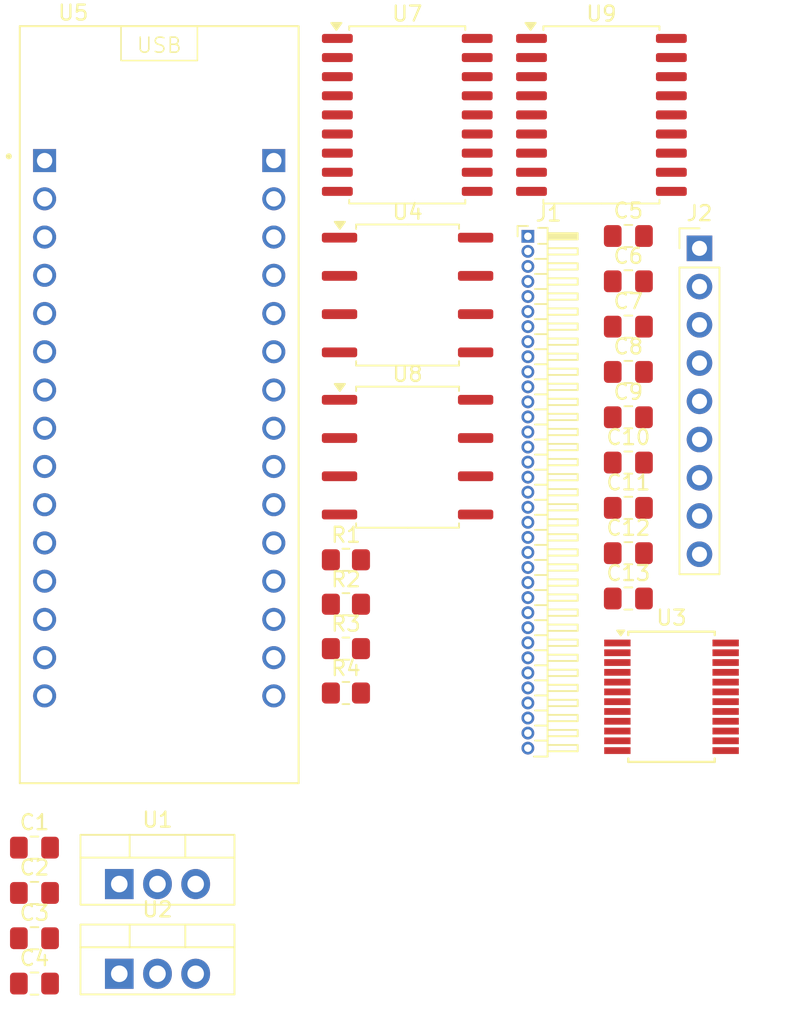
<source format=kicad_pcb>
(kicad_pcb (version 20240108) (generator "pcbnew") (generator_version "8.0")
  (title_block (title "Telemetry Board") (date "2024-08-28") (rev "1.0"))
  (layers (0 "F.Cu" signal) (31 "B.Cu" signal) (34 "B.Paste" user) (35 "F.Paste" user) (36 "B.SilkS" user "B.Silkscreen") (37 "F.SilkS" user "F.Silkscreen") (38 "B.Mask" user) (39 "F.Mask" user) (44 "Edge.Cuts" user))
  (net 0 "")
  (net 1 "GND")
  (net 2 "+12V")
  (net 3 "+5V")
  (net 4 "+9V")
  (net 5 "+3V3")
  (net 7 "CAN2_L")
  (net 8 "Acc Intake Flow Rate")
  (net 9 "Brake Sensor F")
  (net 11 "Brake Sensor B")
  (net 14 "CAN1_H")
  (net 15 "Acc Intake Temp")
  (net 16 "CAN1_L")
  (net 18 "CAN2_H")
  (net 19 "Acc Intake Pressure")
  (net 20 "Steering Sensor")
  (net 21 "Acc Exhaust Temp")
  (net 23 "Brake Sensor F 3V3")
  (net 24 "Brake Sensor R 3V3")
  (net 25 "S2")
  (net 26 "S4")
  (net 28 "S3")
  (net 29 "S1")
  (net 30 "ADC")
  (net 55 "SD Card Detect T{slash}F")
  (net 57 "SPI3_SCLK")
  (net 58 "SPI3_SSEL3")
  (net 60 "SPI3_MISO")
  (net 61 "SPI3_MOSI")
  (net 69 "CAN1_TX")
  (net 70 "CAN1_RX")
  (net 71 "SPI3_SSEL2")
  (net 72 "SPI3-MISO")
  (net 73 "SPI3-SCLK")
  (net 75 "SPI3-MOSI")
  (net 76 "SPI3_SSEL1")
  (net 79 "CAN2_TX")
  (net 83 "CAN2_RX")
  (footprint "Package_SO:SOP-8_6.62x9.15mm_P2.54mm" (layer "F.Cu") (at 66.55 50.235)
    (property "Reference" "U4" (at 0 -5.52 0) (layer "F.SilkS"))
    (property "Value" "ISO1050DUB")
    (fp_line (start -3.42 -4.685) (end -3.42 -4.395) (stroke (width 0.12)) (layer "F.SilkS"))
    (fp_line (start -3.42 4.685) (end -3.42 4.395) (stroke (width 0.12)) (layer "F.SilkS"))
    (fp_line (start 0 -4.685) (end -3.42 -4.685) (stroke (width 0.12)) (layer "F.SilkS"))
    (fp_line (start 0 -4.685) (end 3.42 -4.685) (stroke (width 0.12)) (layer "F.SilkS"))
    (fp_line (start 0 4.685) (end -3.42 4.685) (stroke (width 0.12)) (layer "F.SilkS"))
    (fp_line (start 0 4.685) (end 3.42 4.685) (stroke (width 0.12)) (layer "F.SilkS"))
    (fp_line (start 3.42 -4.685) (end 3.42 -4.395) (stroke (width 0.12)) (layer "F.SilkS"))
    (fp_line (start 3.42 4.685) (end 3.42 4.395) (stroke (width 0.12)) (layer "F.SilkS"))
    (fp_poly (pts (xy -4.505 -4.395) (xy -4.845 -4.865) (xy -4.165 -4.865) (xy -4.505 -4.395)) (stroke (width 0.12)) (fill solid) (layer "F.SilkS"))
    (pad "1" smd roundrect (at -4.525 -3.81) (size 2.35 0.65) (layers "F.Cu" "F.Paste" "F.Mask") (net 5 "+3V3"))
    (pad "2" smd roundrect (at -4.525 -1.27) (size 2.35 0.65) (layers "F.Cu" "F.Paste" "F.Mask") (net 70 "CAN1_RX"))
    (pad "3" smd roundrect (at -4.525 1.27) (size 2.35 0.65) (layers "F.Cu" "F.Paste" "F.Mask") (net 69 "CAN1_TX"))
    (pad "4" smd roundrect (at -4.525 3.81) (size 2.35 0.65) (layers "F.Cu" "F.Paste" "F.Mask") (net 1 "GND"))
    (pad "5" smd roundrect (at 4.525 3.81) (size 2.35 0.65) (layers "F.Cu" "F.Paste" "F.Mask") (net 1 "GND"))
    (pad "6" smd roundrect (at 4.525 1.27) (size 2.35 0.65) (layers "F.Cu" "F.Paste" "F.Mask") (net 16 "CAN1_L"))
    (pad "7" smd roundrect (at 4.525 -1.27) (size 2.35 0.65) (layers "F.Cu" "F.Paste" "F.Mask") (net 14 "CAN1_H"))
    (pad "8" smd roundrect (at 4.525 -3.81) (size 2.35 0.65) (layers "F.Cu" "F.Paste" "F.Mask") (net 3 "+5V"))
  )
  (footprint "Capacitor_SMD:C_0805_2012Metric_Pad1.18x1.45mm_HandSolder" (layer "F.Cu") (at 81.23 55.345)
    (property "Reference" "C8" (at 0 -1.68 0) (layer "F.SilkS"))
    (property "Value" "100nf")
    (fp_line (start -0.261252 -0.735) (end 0.261252 -0.735) (stroke (width 0.12)) (layer "F.SilkS"))
    (fp_line (start -0.261252 0.735) (end 0.261252 0.735) (stroke (width 0.12)) (layer "F.SilkS"))
    (pad "1" smd roundrect (at -1.0375 0) (size 1.175 1.45) (layers "F.Cu" "F.Paste" "F.Mask") (roundrect_rratio 0.212766) (net 1 "GND"))
    (pad "2" smd roundrect (at 1.0375 0) (size 1.175 1.45) (layers "F.Cu" "F.Paste" "F.Mask") (roundrect_rratio 0.212766) (net 5 "+3V3"))
  )
  (footprint "Package_TO_SOT_THT:TO-220-3_Vertical" (layer "F.Cu") (at 47.38 89.365)
    (property "Reference" "U1" (at 2.54 -4.27 0) (layer "F.SilkS"))
    (property "Value" "LM7805_TO220")
    (fp_line (start -2.58 -3.27) (end -2.58 1.371) (stroke (width 0.12)) (layer "F.SilkS"))
    (fp_line (start -2.58 -3.27) (end 7.66 -3.27) (stroke (width 0.12)) (layer "F.SilkS"))
    (fp_line (start -2.58 -1.76) (end 7.66 -1.76) (stroke (width 0.12)) (layer "F.SilkS"))
    (fp_line (start -2.58 1.371) (end 7.66 1.371) (stroke (width 0.12)) (layer "F.SilkS"))
    (fp_line (start 0.69 -3.27) (end 0.69 -1.76) (stroke (width 0.12)) (layer "F.SilkS"))
    (fp_line (start 4.391 -3.27) (end 4.391 -1.76) (stroke (width 0.12)) (layer "F.SilkS"))
    (fp_line (start 7.66 -3.27) (end 7.66 1.371) (stroke (width 0.12)) (layer "F.SilkS"))
    (pad "1" thru_hole rect (at 0 0) (size 1.905 2) (drill 1.1) (layers "*.Cu" "*.Mask") (net 2 "+12V"))
    (pad "2" thru_hole oval (at 2.54 0) (size 1.905 2) (drill 1.1) (layers "*.Cu" "*.Mask") (net 1 "GND"))
    (pad "3" thru_hole oval (at 5.08 0) (size 1.905 2) (drill 1.1) (layers "*.Cu" "*.Mask") (net 3 "+5V"))
  )
  (footprint "Connector_PinHeader_2.54mm:PinHeader_1x09_P2.54mm_Vertical" (layer "F.Cu") (at 85.96 47.135)
    (property "Reference" "J2" (at 0 -2.33 0) (layer "F.SilkS"))
    (property "Value" "Conn_01x09_Pin")
    (fp_line (start -1.33 -1.33) (end 0 -1.33) (stroke (width 0.12)) (layer "F.SilkS"))
    (fp_line (start -1.33 0) (end -1.33 -1.33) (stroke (width 0.12)) (layer "F.SilkS"))
    (fp_line (start -1.33 1.27) (end -1.33 21.65) (stroke (width 0.12)) (layer "F.SilkS"))
    (fp_line (start -1.33 1.27) (end 1.33 1.27) (stroke (width 0.12)) (layer "F.SilkS"))
    (fp_line (start -1.33 21.65) (end 1.33 21.65) (stroke (width 0.12)) (layer "F.SilkS"))
    (fp_line (start 1.33 1.27) (end 1.33 21.65) (stroke (width 0.12)) (layer "F.SilkS"))
    (pad "1" thru_hole rect (at 0 0) (size 1.7 1.7) (drill 1) (layers "*.Cu" "*.Mask") (net 5 "+3V3"))
    (pad "2" thru_hole oval (at 0 2.54) (size 1.7 1.7) (drill 1) (layers "*.Cu" "*.Mask") (net 1 "GND"))
    (pad "3" thru_hole oval (at 0 5.08) (size 1.7 1.7) (drill 1) (layers "*.Cu" "*.Mask") (net 57 "SPI3_SCLK"))
    (pad "4" thru_hole oval (at 0 7.62) (size 1.7 1.7) (drill 1) (layers "*.Cu" "*.Mask") (net 60 "SPI3_MISO"))
    (pad "5" thru_hole oval (at 0 10.16) (size 1.7 1.7) (drill 1) (layers "*.Cu" "*.Mask") (net 61 "SPI3_MOSI"))
    (pad "6" thru_hole oval (at 0 12.7) (size 1.7 1.7) (drill 1) (layers "*.Cu" "*.Mask") (net 58 "SPI3_SSEL3"))
    (pad "7" thru_hole oval (at 0 15.24) (size 1.7 1.7) (drill 1) (layers "*.Cu" "*.Mask"))
    (pad "8" thru_hole oval (at 0 17.78) (size 1.7 1.7) (drill 1) (layers "*.Cu" "*.Mask"))
    (pad "9" thru_hole oval (at 0 20.32) (size 1.7 1.7) (drill 1) (layers "*.Cu" "*.Mask") (net 55 "SD Card Detect T{slash}F"))
  )
  (footprint "Package_TO_SOT_THT:TO-220-3_Vertical" (layer "F.Cu") (at 47.38 95.325)
    (property "Reference" "U2" (at 2.54 -4.27 0) (layer "F.SilkS"))
    (property "Value" "LM7809_TO220")
    (fp_line (start -2.58 -3.27) (end -2.58 1.371) (stroke (width 0.12)) (layer "F.SilkS"))
    (fp_line (start -2.58 -3.27) (end 7.66 -3.27) (stroke (width 0.12)) (layer "F.SilkS"))
    (fp_line (start -2.58 -1.76) (end 7.66 -1.76) (stroke (width 0.12)) (layer "F.SilkS"))
    (fp_line (start -2.58 1.371) (end 7.66 1.371) (stroke (width 0.12)) (layer "F.SilkS"))
    (fp_line (start 0.69 -3.27) (end 0.69 -1.76) (stroke (width 0.12)) (layer "F.SilkS"))
    (fp_line (start 4.391 -3.27) (end 4.391 -1.76) (stroke (width 0.12)) (layer "F.SilkS"))
    (fp_line (start 7.66 -3.27) (end 7.66 1.371) (stroke (width 0.12)) (layer "F.SilkS"))
    (pad "1" thru_hole rect (at 0 0) (size 1.905 2) (drill 1.1) (layers "*.Cu" "*.Mask") (net 2 "+12V"))
    (pad "2" thru_hole oval (at 2.54 0) (size 1.905 2) (drill 1.1) (layers "*.Cu" "*.Mask") (net 1 "GND"))
    (pad "3" thru_hole oval (at 5.08 0) (size 1.905 2) (drill 1.1) (layers "*.Cu" "*.Mask") (net 4 "+9V"))
  )
  (footprint "Package_SO:SOP-8_6.62x9.15mm_P2.54mm" (layer "F.Cu") (at 66.55 61.005)
    (property "Reference" "U8" (at 0 -5.52 0) (layer "F.SilkS"))
    (property "Value" "ISO1050DUB")
    (fp_line (start -3.42 -4.685) (end -3.42 -4.395) (stroke (width 0.12)) (layer "F.SilkS"))
    (fp_line (start -3.42 4.685) (end -3.42 4.395) (stroke (width 0.12)) (layer "F.SilkS"))
    (fp_line (start 0 -4.685) (end -3.42 -4.685) (stroke (width 0.12)) (layer "F.SilkS"))
    (fp_line (start 0 -4.685) (end 3.42 -4.685) (stroke (width 0.12)) (layer "F.SilkS"))
    (fp_line (start 0 4.685) (end -3.42 4.685) (stroke (width 0.12)) (layer "F.SilkS"))
    (fp_line (start 0 4.685) (end 3.42 4.685) (stroke (width 0.12)) (layer "F.SilkS"))
    (fp_line (start 3.42 -4.685) (end 3.42 -4.395) (stroke (width 0.12)) (layer "F.SilkS"))
    (fp_line (start 3.42 4.685) (end 3.42 4.395) (stroke (width 0.12)) (layer "F.SilkS"))
    (fp_poly (pts (xy -4.505 -4.395) (xy -4.845 -4.865) (xy -4.165 -4.865) (xy -4.505 -4.395)) (stroke (width 0.12)) (fill solid) (layer "F.SilkS"))
    (pad "1" smd roundrect (at -4.525 -3.81) (size 2.35 0.65) (layers "F.Cu" "F.Paste" "F.Mask") (net 5 "+3V3"))
    (pad "2" smd roundrect (at -4.525 -1.27) (size 2.35 0.65) (layers "F.Cu" "F.Paste" "F.Mask") (net 83 "CAN2_RX"))
    (pad "3" smd roundrect (at -4.525 1.27) (size 2.35 0.65) (layers "F.Cu" "F.Paste" "F.Mask") (net 79 "CAN2_TX"))
    (pad "4" smd roundrect (at -4.525 3.81) (size 2.35 0.65) (layers "F.Cu" "F.Paste" "F.Mask") (net 1 "GND"))
    (pad "5" smd roundrect (at 4.525 3.81) (size 2.35 0.65) (layers "F.Cu" "F.Paste" "F.Mask") (net 1 "GND"))
    (pad "6" smd roundrect (at 4.525 1.27) (size 2.35 0.65) (layers "F.Cu" "F.Paste" "F.Mask") (net 7 "CAN2_L"))
    (pad "7" smd roundrect (at 4.525 -1.27) (size 2.35 0.65) (layers "F.Cu" "F.Paste" "F.Mask") (net 18 "CAN2_H"))
    (pad "8" smd roundrect (at 4.525 -3.81) (size 2.35 0.65) (layers "F.Cu" "F.Paste" "F.Mask") (net 3 "+5V"))
  )
  (footprint "FS_3_Global_Footprint_Library:NUCLEO-L432KC" (layer "F.Cu") (at 50.035 57.52)
    (property "Reference" "U5" (at -5.715 -26.035 0) (layer "F.SilkS"))
    (property "Value" "NUCLEO-L432KC")
    (fp_line (start -9.27 -25.145) (end 9.27 -25.145) (stroke (width 0.127)) (layer "F.SilkS"))
    (fp_line (start -9.27 25.145) (end -9.27 -25.145) (stroke (width 0.127)) (layer "F.SilkS"))
    (fp_line (start 9.27 -25.145) (end 9.27 25.145) (stroke (width 0.127)) (layer "F.SilkS"))
    (fp_line (start 9.27 25.145) (end -9.27 25.145) (stroke (width 0.127)) (layer "F.SilkS"))
    (fp_rect (start -2.54 -25.146) (end 2.54 -22.86) (stroke (width 0.1)) (fill none) (layer "F.SilkS"))
    (fp_circle (center -10 -16.5) (end -9.9 -16.5) (stroke (width 0.2)) (fill none) (layer "F.SilkS"))
    (fp_text user "USB" (at 0 -23.876 0) (layer "F.SilkS") (effects (font (thickness 0.1))))
    (pad "CN3_1" thru_hole rect (at -7.62 -16.215) (size 1.53 1.53) (drill 1.02) (layers "*.Cu" "*.Mask"))
    (pad "CN3_2" thru_hole circle (at -7.62 -13.675) (size 1.53 1.53) (drill 1.02) (layers "*.Cu" "*.Mask"))
    (pad "CN3_3" thru_hole circle (at -7.62 -11.135) (size 1.53 1.53) (drill 1.02) (layers "*.Cu" "*.Mask"))
    (pad "CN3_4" thru_hole circle (at -7.62 -8.595) (size 1.53 1.53) (drill 1.02) (layers "*.Cu" "*.Mask"))
    (pad "CN3_5" thru_hole circle (at -7.62 -6.055) (size 1.53 1.53) (drill 1.02) (layers "*.Cu" "*.Mask"))
    (pad "CN3_6" thru_hole circle (at -7.62 -3.515) (size 1.53 1.53) (drill 1.02) (layers "*.Cu" "*.Mask") (net 29 "S1"))
    (pad "CN3_7" thru_hole circle (at -7.62 -0.975) (size 1.53 1.53) (drill 1.02) (layers "*.Cu" "*.Mask") (net 25 "S2"))
    (pad "CN3_8" thru_hole circle (at -7.62 1.565) (size 1.53 1.53) (drill 1.02) (layers "*.Cu" "*.Mask") (net 28 "S3"))
    (pad "CN3_9" thru_hole circle (at -7.62 4.105) (size 1.53 1.53) (drill 1.02) (layers "*.Cu" "*.Mask") (net 26 "S4"))
    (pad "CN3_10" thru_hole circle (at -7.62 6.645) (size 1.53 1.53) (drill 1.02) (layers "*.Cu" "*.Mask"))
    (pad "CN3_11" thru_hole circle (at -7.62 9.185) (size 1.53 1.53) (drill 1.02) (layers "*.Cu" "*.Mask"))
    (pad "CN3_12" thru_hole circle (at -7.62 11.725) (size 1.53 1.53) (drill 1.02) (layers "*.Cu" "*.Mask"))
    (pad "CN3_13" thru_hole circle (at -7.62 14.265) (size 1.53 1.53) (drill 1.02) (layers "*.Cu" "*.Mask"))
    (pad "CN3_14" thru_hole circle (at -7.62 16.805) (size 1.53 1.53) (drill 1.02) (layers "*.Cu" "*.Mask") (net 75 "SPI3-MOSI"))
    (pad "CN3_15" thru_hole circle (at -7.62 19.345) (size 1.53 1.53) (drill 1.02) (layers "*.Cu" "*.Mask") (net 72 "SPI3-MISO"))
    (pad "CN4_1" thru_hole rect (at 7.62 -16.215) (size 1.53 1.53) (drill 1.02) (layers "*.Cu" "*.Mask") (net 4 "+9V"))
    (pad "CN4_2" thru_hole circle (at 7.62 -13.675) (size 1.53 1.53) (drill 1.02) (layers "*.Cu" "*.Mask") (net 1 "GND"))
    (pad "CN4_3" thru_hole circle (at 7.62 -11.135) (size 1.53 1.53) (drill 1.02) (layers "*.Cu" "*.Mask"))
    (pad "CN4_4" thru_hole circle (at 7.62 -8.595) (size 1.53 1.53) (drill 1.02) (layers "*.Cu" "*.Mask"))
    (pad "CN4_5" thru_hole circle (at 7.62 -6.055) (size 1.53 1.53) (drill 1.02) (layers "*.Cu" "*.Mask"))
    (pad "CN4_6" thru_hole circle (at 7.62 -3.515) (size 1.53 1.53) (drill 1.02) (layers "*.Cu" "*.Mask") (net 76 "SPI3_SSEL1"))
    (pad "CN4_7" thru_hole circle (at 7.62 -0.975) (size 1.53 1.53) (drill 1.02) (layers "*.Cu" "*.Mask") (net 71 "SPI3_SSEL2"))
    (pad "CN4_8" thru_hole circle (at 7.62 1.565) (size 1.53 1.53) (drill 1.02) (layers "*.Cu" "*.Mask") (net 58 "SPI3_SSEL3"))
    (pad "CN4_9" thru_hole circle (at 7.62 4.105) (size 1.53 1.53) (drill 1.02) (layers "*.Cu" "*.Mask"))
    (pad "CN4_10" thru_hole circle (at 7.62 6.645) (size 1.53 1.53) (drill 1.02) (layers "*.Cu" "*.Mask") (net 30 "ADC"))
    (pad "CN4_11" thru_hole circle (at 7.62 9.185) (size 1.53 1.53) (drill 1.02) (layers "*.Cu" "*.Mask"))
    (pad "CN4_12" thru_hole circle (at 7.62 11.725) (size 1.53 1.53) (drill 1.02) (layers "*.Cu" "*.Mask"))
    (pad "CN4_13" thru_hole circle (at 7.62 14.265) (size 1.53 1.53) (drill 1.02) (layers "*.Cu" "*.Mask"))
    (pad "CN4_14" thru_hole circle (at 7.62 16.805) (size 1.53 1.53) (drill 1.02) (layers "*.Cu" "*.Mask") (net 5 "+3V3"))
    (pad "CN4_15" thru_hole circle (at 7.62 19.345) (size 1.53 1.53) (drill 1.02) (layers "*.Cu" "*.Mask") (net 73 "SPI3-SCLK"))
  )
  (footprint "Capacitor_SMD:C_0805_2012Metric_Pad1.18x1.45mm_HandSolder" (layer "F.Cu") (at 41.74 95.975)
    (property "Reference" "C4" (at 0 -1.68 0) (layer "F.SilkS"))
    (property "Value" "100nf")
    (fp_line (start -0.261252 -0.735) (end 0.261252 -0.735) (stroke (width 0.12)) (layer "F.SilkS"))
    (fp_line (start -0.261252 0.735) (end 0.261252 0.735) (stroke (width 0.12)) (layer "F.SilkS"))
    (pad "1" smd roundrect (at -1.0375 0) (size 1.175 1.45) (layers "F.Cu" "F.Paste" "F.Mask") (roundrect_rratio 0.212766) (net 4 "+9V"))
    (pad "2" smd roundrect (at 1.0375 0) (size 1.175 1.45) (layers "F.Cu" "F.Paste" "F.Mask") (roundrect_rratio 0.212766) (net 1 "GND"))
  )
  (footprint "Capacitor_SMD:C_0805_2012Metric_Pad1.18x1.45mm_HandSolder" (layer "F.Cu") (at 41.74 86.945)
    (property "Reference" "C1" (at 0 -1.68 0) (layer "F.SilkS"))
    (property "Value" "330nf")
    (fp_line (start -0.261252 -0.735) (end 0.261252 -0.735) (stroke (width 0.12)) (layer "F.SilkS"))
    (fp_line (start -0.261252 0.735) (end 0.261252 0.735) (stroke (width 0.12)) (layer "F.SilkS"))
    (pad "1" smd roundrect (at -1.0375 0) (size 1.175 1.45) (layers "F.Cu" "F.Paste" "F.Mask") (roundrect_rratio 0.212766) (net 2 "+12V"))
    (pad "2" smd roundrect (at 1.0375 0) (size 1.175 1.45) (layers "F.Cu" "F.Paste" "F.Mask") (roundrect_rratio 0.212766) (net 1 "GND"))
  )
  (footprint "Capacitor_SMD:C_0805_2012Metric_Pad1.18x1.45mm_HandSolder" (layer "F.Cu") (at 81.23 70.395)
    (property "Reference" "C13" (at 0 -1.68 0) (layer "F.SilkS"))
    (property "Value" "100nf")
    (fp_line (start -0.261252 -0.735) (end 0.261252 -0.735) (stroke (width 0.12)) (layer "F.SilkS"))
    (fp_line (start -0.261252 0.735) (end 0.261252 0.735) (stroke (width 0.12)) (layer "F.SilkS"))
    (pad "1" smd roundrect (at -1.0375 0) (size 1.175 1.45) (layers "F.Cu" "F.Paste" "F.Mask") (roundrect_rratio 0.212766) (net 5 "+3V3"))
    (pad "2" smd roundrect (at 1.0375 0) (size 1.175 1.45) (layers "F.Cu" "F.Paste" "F.Mask") (roundrect_rratio 0.212766) (net 1 "GND"))
  )
  (footprint "Resistor_SMD:R_0805_2012Metric_Pad1.20x1.40mm_HandSolder" (layer "F.Cu") (at 62.45 76.675)
    (property "Reference" "R4" (at 0 -1.65 0) (layer "F.SilkS"))
    (property "Value" "20k")
    (fp_line (start -0.227064 -0.735) (end 0.227064 -0.735) (stroke (width 0.12)) (layer "F.SilkS"))
    (fp_line (start -0.227064 0.735) (end 0.227064 0.735) (stroke (width 0.12)) (layer "F.SilkS"))
    (pad "1" smd roundrect (at -1 0) (size 1.2 1.4) (layers "F.Cu" "F.Paste" "F.Mask") (roundrect_rratio 0.208333) (net 1 "GND"))
    (pad "2" smd roundrect (at 1 0) (size 1.2 1.4) (layers "F.Cu" "F.Paste" "F.Mask") (roundrect_rratio 0.208333) (net 24 "Brake Sensor R 3V3"))
  )
  (footprint "Capacitor_SMD:C_0805_2012Metric_Pad1.18x1.45mm_HandSolder" (layer "F.Cu") (at 81.23 64.375)
    (property "Reference" "C11" (at 0 -1.68 0) (layer "F.SilkS"))
    (property "Value" "100nf")
    (fp_line (start -0.261252 -0.735) (end 0.261252 -0.735) (stroke (width 0.12)) (layer "F.SilkS"))
    (fp_line (start -0.261252 0.735) (end 0.261252 0.735) (stroke (width 0.12)) (layer "F.SilkS"))
    (pad "1" smd roundrect (at -1.0375 0) (size 1.175 1.45) (layers "F.Cu" "F.Paste" "F.Mask") (roundrect_rratio 0.212766) (net 5 "+3V3"))
    (pad "2" smd roundrect (at 1.0375 0) (size 1.175 1.45) (layers "F.Cu" "F.Paste" "F.Mask") (roundrect_rratio 0.212766) (net 1 "GND"))
  )
  (footprint "Capacitor_SMD:C_0805_2012Metric_Pad1.18x1.45mm_HandSolder" (layer "F.Cu") (at 81.23 61.365)
    (property "Reference" "C10" (at 0 -1.68 0) (layer "F.SilkS"))
    (property "Value" "100nf")
    (fp_line (start -0.261252 -0.735) (end 0.261252 -0.735) (stroke (width 0.12)) (layer "F.SilkS"))
    (fp_line (start -0.261252 0.735) (end 0.261252 0.735) (stroke (width 0.12)) (layer "F.SilkS"))
    (pad "1" smd roundrect (at -1.0375 0) (size 1.175 1.45) (layers "F.Cu" "F.Paste" "F.Mask") (roundrect_rratio 0.212766) (net 1 "GND"))
    (pad "2" smd roundrect (at 1.0375 0) (size 1.175 1.45) (layers "F.Cu" "F.Paste" "F.Mask") (roundrect_rratio 0.212766) (net 5 "+3V3"))
  )
  (footprint "Capacitor_SMD:C_0805_2012Metric_Pad1.18x1.45mm_HandSolder" (layer "F.Cu") (at 41.74 89.955)
    (property "Reference" "C2" (at 0 -1.68 0) (layer "F.SilkS"))
    (property "Value" "330nf")
    (fp_line (start -0.261252 -0.735) (end 0.261252 -0.735) (stroke (width 0.12)) (layer "F.SilkS"))
    (fp_line (start -0.261252 0.735) (end 0.261252 0.735) (stroke (width 0.12)) (layer "F.SilkS"))
    (pad "1" smd roundrect (at -1.0375 0) (size 1.175 1.45) (layers "F.Cu" "F.Paste" "F.Mask") (roundrect_rratio 0.212766) (net 2 "+12V"))
    (pad "2" smd roundrect (at 1.0375 0) (size 1.175 1.45) (layers "F.Cu" "F.Paste" "F.Mask") (roundrect_rratio 0.212766) (net 1 "GND"))
  )
  (footprint "Capacitor_SMD:C_0805_2012Metric_Pad1.18x1.45mm_HandSolder" (layer "F.Cu") (at 81.23 49.325)
    (property "Reference" "C6" (at 0 -1.68 0) (layer "F.SilkS"))
    (property "Value" "100nf")
    (fp_line (start -0.261252 -0.735) (end 0.261252 -0.735) (stroke (width 0.12)) (layer "F.SilkS"))
    (fp_line (start -0.261252 0.735) (end 0.261252 0.735) (stroke (width 0.12)) (layer "F.SilkS"))
    (pad "1" smd roundrect (at -1.0375 0) (size 1.175 1.45) (layers "F.Cu" "F.Paste" "F.Mask") (roundrect_rratio 0.212766) (net 1 "GND"))
    (pad "2" smd roundrect (at 1.0375 0) (size 1.175 1.45) (layers "F.Cu" "F.Paste" "F.Mask") (roundrect_rratio 0.212766) (net 3 "+5V"))
  )
  (footprint "Capacitor_SMD:C_0805_2012Metric_Pad1.18x1.45mm_HandSolder" (layer "F.Cu") (at 81.23 67.385)
    (property "Reference" "C12" (at 0 -1.68 0) (layer "F.SilkS"))
    (property "Value" "100nf")
    (fp_line (start -0.261252 -0.735) (end 0.261252 -0.735) (stroke (width 0.12)) (layer "F.SilkS"))
    (fp_line (start -0.261252 0.735) (end 0.261252 0.735) (stroke (width 0.12)) (layer "F.SilkS"))
    (pad "1" smd roundrect (at -1.0375 0) (size 1.175 1.45) (layers "F.Cu" "F.Paste" "F.Mask") (roundrect_rratio 0.212766) (net 5 "+3V3"))
    (pad "2" smd roundrect (at 1.0375 0) (size 1.175 1.45) (layers "F.Cu" "F.Paste" "F.Mask") (roundrect_rratio 0.212766) (net 1 "GND"))
  )
  (footprint "Package_SO:SOIC-18W_7.5x11.6mm_P1.27mm" (layer "F.Cu") (at 66.53 38.27)
    (property "Reference" "U7" (at 0 -6.72 0) (layer "F.SilkS"))
    (property "Value" "MCP2515-I/SO")
    (fp_line (start -3.86 -5.885) (end -3.86 -5.64) (stroke (width 0.12)) (layer "F.SilkS"))
    (fp_line (start -3.86 5.885) (end -3.86 5.64) (stroke (width 0.12)) (layer "F.SilkS"))
    (fp_line (start 0 -5.885) (end -3.86 -5.885) (stroke (width 0.12)) (layer "F.SilkS"))
    (fp_line (start 0 -5.885) (end 3.86 -5.885) (stroke (width 0.12)) (layer "F.SilkS"))
    (fp_line (start 0 5.885) (end -3.86 5.885) (stroke (width 0.12)) (layer "F.SilkS"))
    (fp_line (start 0 5.885) (end 3.86 5.885) (stroke (width 0.12)) (layer "F.SilkS"))
    (fp_line (start 3.86 -5.885) (end 3.86 -5.64) (stroke (width 0.12)) (layer "F.SilkS"))
    (fp_line (start 3.86 5.885) (end 3.86 5.64) (stroke (width 0.12)) (layer "F.SilkS"))
    (fp_poly (pts (xy -4.7125 -5.64) (xy -5.0525 -6.11) (xy -4.3725 -6.11) (xy -4.7125 -5.64)) (stroke (width 0.12)) (fill solid) (layer "F.SilkS"))
    (pad "1" smd roundrect (at -4.65 -5.08) (size 2.05 0.6) (layers "F.Cu" "F.Paste" "F.Mask") (net 79 "CAN2_TX"))
    (pad "2" smd roundrect (at -4.65 -3.81) (size 2.05 0.6) (layers "F.Cu" "F.Paste" "F.Mask") (net 83 "CAN2_RX"))
    (pad "3" smd roundrect (at -4.65 -2.54) (size 2.05 0.6) (layers "F.Cu" "F.Paste" "F.Mask"))
    (pad "4" smd roundrect (at -4.65 -1.27) (size 2.05 0.6) (layers "F.Cu" "F.Paste" "F.Mask"))
    (pad "5" smd roundrect (at -4.65 0) (size 2.05 0.6) (layers "F.Cu" "F.Paste" "F.Mask"))
    (pad "6" smd roundrect (at -4.65 1.27) (size 2.05 0.6) (layers "F.Cu" "F.Paste" "F.Mask"))
    (pad "7" smd roundrect (at -4.65 2.54) (size 2.05 0.6) (layers "F.Cu" "F.Paste" "F.Mask"))
    (pad "8" smd roundrect (at -4.65 3.81) (size 2.05 0.6) (layers "F.Cu" "F.Paste" "F.Mask"))
    (pad "9" smd roundrect (at -4.65 5.08) (size 2.05 0.6) (layers "F.Cu" "F.Paste" "F.Mask") (net 1 "GND"))
    (pad "10" smd roundrect (at 4.65 5.08) (size 2.05 0.6) (layers "F.Cu" "F.Paste" "F.Mask"))
    (pad "11" smd roundrect (at 4.65 3.81) (size 2.05 0.6) (layers "F.Cu" "F.Paste" "F.Mask"))
    (pad "12" smd roundrect (at 4.65 2.54) (size 2.05 0.6) (layers "F.Cu" "F.Paste" "F.Mask"))
    (pad "13" smd roundrect (at 4.65 1.27) (size 2.05 0.6) (layers "F.Cu" "F.Paste" "F.Mask") (net 57 "SPI3_SCLK"))
    (pad "14" smd roundrect (at 4.65 0) (size 2.05 0.6) (layers "F.Cu" "F.Paste" "F.Mask") (net 61 "SPI3_MOSI"))
    (pad "15" smd roundrect (at 4.65 -1.27) (size 2.05 0.6) (layers "F.Cu" "F.Paste" "F.Mask") (net 60 "SPI3_MISO"))
    (pad "16" smd roundrect (at 4.65 -2.54) (size 2.05 0.6) (layers "F.Cu" "F.Paste" "F.Mask") (net 71 "SPI3_SSEL2"))
    (pad "17" smd roundrect (at 4.65 -3.81) (size 2.05 0.6) (layers "F.Cu" "F.Paste" "F.Mask"))
    (pad "18" smd roundrect (at 4.65 -5.08) (size 2.05 0.6) (layers "F.Cu" "F.Paste" "F.Mask") (net 5 "+3V3"))
  )
  (footprint "Resistor_SMD:R_0805_2012Metric_Pad1.20x1.40mm_HandSolder" (layer "F.Cu") (at 62.45 70.775)
    (property "Reference" "R2" (at 0 -1.65 0) (layer "F.SilkS"))
    (property "Value" "20k")
    (fp_line (start -0.227064 -0.735) (end 0.227064 -0.735) (stroke (width 0.12)) (layer "F.SilkS"))
    (fp_line (start -0.227064 0.735) (end 0.227064 0.735) (stroke (width 0.12)) (layer "F.SilkS"))
    (pad "1" smd roundrect (at -1 0) (size 1.2 1.4) (layers "F.Cu" "F.Paste" "F.Mask") (roundrect_rratio 0.208333) (net 1 "GND"))
    (pad "2" smd roundrect (at 1 0) (size 1.2 1.4) (layers "F.Cu" "F.Paste" "F.Mask") (roundrect_rratio 0.208333) (net 23 "Brake Sensor F 3V3"))
  )
  (footprint "Capacitor_SMD:C_0805_2012Metric_Pad1.18x1.45mm_HandSolder" (layer "F.Cu") (at 81.23 52.335)
    (property "Reference" "C7" (at 0 -1.68 0) (layer "F.SilkS"))
    (property "Value" "100nf")
    (fp_line (start -0.261252 -0.735) (end 0.261252 -0.735) (stroke (width 0.12)) (layer "F.SilkS"))
    (fp_line (start -0.261252 0.735) (end 0.261252 0.735) (stroke (width 0.12)) (layer "F.SilkS"))
    (pad "1" smd roundrect (at -1.0375 0) (size 1.175 1.45) (layers "F.Cu" "F.Paste" "F.Mask") (roundrect_rratio 0.212766) (net 1 "GND"))
    (pad "2" smd roundrect (at 1.0375 0) (size 1.175 1.45) (layers "F.Cu" "F.Paste" "F.Mask") (roundrect_rratio 0.212766) (net 3 "+5V"))
  )
  (footprint "Connector_PinHeader_1.00mm:PinHeader_1x35_P1.00mm_Horizontal" (layer "F.Cu") (at 74.55 46.335)
    (property "Reference" "J1" (at 1.375 -1.5 0) (layer "F.SilkS"))
    (property "Value" "776180-1")
    (fp_line (start -0.685 -0.685) (end 0 -0.685) (stroke (width 0.12)) (layer "F.SilkS"))
    (fp_line (start -0.685 0) (end -0.685 -0.685) (stroke (width 0.12)) (layer "F.SilkS"))
    (fp_line (start 0.468215 1.5) (end 1.31 1.5) (stroke (width 0.12)) (layer "F.SilkS"))
    (fp_line (start 0.468215 2.5) (end 1.31 2.5) (stroke (width 0.12)) (layer "F.SilkS"))
    (fp_line (start 0.468215 3.5) (end 1.31 3.5) (stroke (width 0.12)) (layer "F.SilkS"))
    (fp_line (start 0.468215 4.5) (end 1.31 4.5) (stroke (width 0.12)) (layer "F.SilkS"))
    (fp_line (start 0.468215 5.5) (end 1.31 5.5) (stroke (width 0.12)) (layer "F.SilkS"))
    (fp_line (start 0.468215 6.5) (end 1.31 6.5) (stroke (width 0.12)) (layer "F.SilkS"))
    (fp_line (start 0.468215 7.5) (end 1.31 7.5) (stroke (width 0.12)) (layer "F.SilkS"))
    (fp_line (start 0.468215 8.5) (end 1.31 8.5) (stroke (width 0.12)) (layer "F.SilkS"))
    (fp_line (start 0.468215 9.5) (end 1.31 9.5) (stroke (width 0.12)) (layer "F.SilkS"))
    (fp_line (start 0.468215 10.5) (end 1.31 10.5) (stroke (width 0.12)) (layer "F.SilkS"))
    (fp_line (start 0.468215 11.5) (end 1.31 11.5) (stroke (width 0.12)) (layer "F.SilkS"))
    (fp_line (start 0.468215 12.5) (end 1.31 12.5) (stroke (width 0.12)) (layer "F.SilkS"))
    (fp_line (start 0.468215 13.5) (end 1.31 13.5) (stroke (width 0.12)) (layer "F.SilkS"))
    (fp_line (start 0.468215 14.5) (end 1.31 14.5) (stroke (width 0.12)) (layer "F.SilkS"))
    (fp_line (start 0.468215 15.5) (end 1.31 15.5) (stroke (width 0.12)) (layer "F.SilkS"))
    (fp_line (start 0.468215 16.5) (end 1.31 16.5) (stroke (width 0.12)) (layer "F.SilkS"))
    (fp_line (start 0.468215 17.5) (end 1.31 17.5) (stroke (width 0.12)) (layer "F.SilkS"))
    (fp_line (start 0.468215 18.5) (end 1.31 18.5) (stroke (width 0.12)) (layer "F.SilkS"))
    (fp_line (start 0.468215 19.5) (end 1.31 19.5) (stroke (width 0.12)) (layer "F.SilkS"))
    (fp_line (start 0.468215 20.5) (end 1.31 20.5) (stroke (width 0.12)) (layer "F.SilkS"))
    (fp_line (start 0.468215 21.5) (end 1.31 21.5) (stroke (width 0.12)) (layer "F.SilkS"))
    (fp_line (start 0.468215 22.5) (end 1.31 22.5) (stroke (width 0.12)) (layer "F.SilkS"))
    (fp_line (start 0.468215 23.5) (end 1.31 23.5) (stroke (width 0.12)) (layer "F.SilkS"))
    (fp_line (start 0.468215 24.5) (end 1.31 24.5) (stroke (width 0.12)) (layer "F.SilkS"))
    (fp_line (start 0.468215 25.5) (end 1.31 25.5) (stroke (width 0.12)) (layer "F.SilkS"))
    (fp_line (start 0.468215 26.5) (end 1.31 26.5) (stroke (width 0.12)) (layer "F.SilkS"))
    (fp_line (start 0.468215 27.5) (end 1.31 27.5) (stroke (width 0.12)) (layer "F.SilkS"))
    (fp_line (start 0.468215 28.5) (end 1.31 28.5) (stroke (width 0.12)) (layer "F.SilkS"))
    (fp_line (start 0.468215 29.5) (end 1.31 29.5) (stroke (width 0.12)) (layer "F.SilkS"))
    (fp_line (start 0.468215 30.5) (end 1.31 30.5) (stroke (width 0.12)) (layer "F.SilkS"))
    (fp_line (start 0.468215 31.5) (end 1.31 31.5) (stroke (width 0.12)) (layer "F.SilkS"))
    (fp_line (start 0.468215 32.5) (end 1.31 32.5) (stroke (width 0.12)) (layer "F.SilkS"))
    (fp_line (start 0.468215 33.5) (end 1.31 33.5) (stroke (width 0.12)) (layer "F.SilkS"))
    (fp_line (start 0.685 -0.56) (end 1.31 -0.56) (stroke (width 0.12)) (layer "F.SilkS"))
    (fp_line (start 0.685 0.5) (end 1.31 0.5) (stroke (width 0.12)) (layer "F.SilkS"))
    (fp_line (start 1.31 -0.56) (end 1.31 34.56) (stroke (width 0.12)) (layer "F.SilkS"))
    (fp_line (start 1.31 -0.21) (end 3.31 -0.21) (stroke (width 0.12)) (layer "F.SilkS"))
    (fp_line (start 1.31 -0.15) (end 3.31 -0.15) (stroke (width 0.12)) (layer "F.SilkS"))
    (fp_line (start 1.31 -0.03) (end 3.31 -0.03) (stroke (width 0.12)) (layer "F.SilkS"))
    (fp_line (start 1.31 0.09) (end 3.31 0.09) (stroke (width 0.12)) (layer "F.SilkS"))
    (fp_line (start 1.31 0.79) (end 3.31 0.79) (stroke (width 0.12)) (layer "F.SilkS"))
    (fp_line (start 1.31 1.79) (end 3.31 1.79) (stroke (width 0.12)) (layer "F.SilkS"))
    (fp_line (start 1.31 2.79) (end 3.31 2.79) (stroke (width 0.12)) (layer "F.SilkS"))
    (fp_line (start 1.31 3.79) (end 3.31 3.79) (stroke (width 0.12)) (layer "F.SilkS"))
    (fp_line (start 1.31 4.79) (end 3.31 4.79) (stroke (width 0.12)) (layer "F.SilkS"))
    (fp_line (start 1.31 5.79) (end 3.31 5.79) (stroke (width 0.12)) (layer "F.SilkS"))
    (fp_line (start 1.31 6.79) (end 3.31 6.79) (stroke (width 0.12)) (layer "F.SilkS"))
    (fp_line (start 1.31 7.79) (end 3.31 7.79) (stroke (width 0.12)) (layer "F.SilkS"))
    (fp_line (start 1.31 8.79) (end 3.31 8.79) (stroke (width 0.12)) (layer "F.SilkS"))
    (fp_line (start 1.31 9.79) (end 3.31 9.79) (stroke (width 0.12)) (layer "F.SilkS"))
    (fp_line (start 1.31 10.79) (end 3.31 10.79) (stroke (width 0.12)) (layer "F.SilkS"))
    (fp_line (start 1.31 11.79) (end 3.31 11.79) (stroke (width 0.12)) (layer "F.SilkS"))
    (fp_line (start 1.31 12.79) (end 3.31 12.79) (stroke (width 0.12)) (layer "F.SilkS"))
    (fp_line (start 1.31 13.79) (end 3.31 13.79) (stroke (width 0.12)) (layer "F.SilkS"))
    (fp_line (start 1.31 14.79) (end 3.31 14.79) (stroke (width 0.12)) (layer "F.SilkS"))
    (fp_line (start 1.31 15.79) (end 3.31 15.79) (stroke (width 0.12)) (layer "F.SilkS"))
    (fp_line (start 1.31 16.79) (end 3.31 16.79) (stroke (width 0.12)) (layer "F.SilkS"))
    (fp_line (start 1.31 17.79) (end 3.31 17.79) (stroke (width 0.12)) (layer "F.SilkS"))
    (fp_line (start 1.31 18.79) (end 3.31 18.79) (stroke (width 0.12)) (layer "F.SilkS"))
    (fp_line (start 1.31 19.79) (end 3.31 19.79) (stroke (width 0.12)) (layer "F.SilkS"))
    (fp_line (start 1.31 20.79) (end 3.31 20.79) (stroke (width 0.12)) (layer "F.SilkS"))
    (fp_line (start 1.31 21.79) (end 3.31 21.79) (stroke (width 0.12)) (layer "F.SilkS"))
    (fp_line (start 1.31 22.79) (end 3.31 22.79) (stroke (width 0.12)) (layer "F.SilkS"))
    (fp_line (start 1.31 23.79) (end 3.31 23.79) (stroke (width 0.12)) (layer "F.SilkS"))
    (fp_line (start 1.31 24.79) (end 3.31 24.79) (stroke (width 0.12)) (layer "F.SilkS"))
    (fp_line (start 1.31 25.79) (end 3.31 25.79) (stroke (width 0.12)) (layer "F.SilkS"))
    (fp_line (start 1.31 26.79) (end 3.31 26.79) (stroke (width 0.12)) (layer "F.SilkS"))
    (fp_line (start 1.31 27.79) (end 3.31 27.79) (stroke (width 0.12)) (layer "F.SilkS"))
    (fp_line (start 1.31 28.79) (end 3.31 28.79) (stroke (width 0.12)) (layer "F.SilkS"))
    (fp_line (start 1.31 29.79) (end 3.31 29.79) (stroke (width 0.12)) (layer "F.SilkS"))
    (fp_line (start 1.31 30.79) (end 3.31 30.79) (stroke (width 0.12)) (layer "F.SilkS"))
    (fp_line (start 1.31 31.79) (end 3.31 31.79) (stroke (width 0.12)) (layer "F.SilkS"))
    (fp_line (start 1.31 32.79) (end 3.31 32.79) (stroke (width 0.12)) (layer "F.SilkS"))
    (fp_line (start 1.31 33.79) (end 3.31 33.79) (stroke (width 0.12)) (layer "F.SilkS"))
    (fp_line (start 1.31 34.56) (end 0.394493 34.56) (stroke (width 0.12)) (layer "F.SilkS"))
    (fp_line (start 3.31 -0.21) (end 3.31 0.21) (stroke (width 0.12)) (layer "F.SilkS"))
    (fp_line (start 3.31 0.21) (end 1.31 0.21) (stroke (width 0.12)) (layer "F.SilkS"))
    (fp_line (start 3.31 0.79) (end 3.31 1.21) (stroke (width 0.12)) (layer "F.SilkS"))
    (fp_line (start 3.31 1.21) (end 1.31 1.21) (stroke (width 0.12)) (layer "F.SilkS"))
    (fp_line (start 3.31 1.79) (end 3.31 2.21) (stroke (width 0.12)) (layer "F.SilkS"))
    (fp_line (start 3.31 2.21) (end 1.31 2.21) (stroke (width 0.12)) (layer "F.SilkS"))
    (fp_line (start 3.31 2.79) (end 3.31 3.21) (stroke (width 0.12)) (layer "F.SilkS"))
    (fp_line (start 3.31 3.21) (end 1.31 3.21) (stroke (width 0.12)) (layer "F.SilkS"))
    (fp_line (start 3.31 3.79) (end 3.31 4.21) (stroke (width 0.12)) (layer "F.SilkS"))
    (fp_line (start 3.31 4.21) (end 1.31 4.21) (stroke (width 0.12)) (layer "F.SilkS"))
    (fp_line (start 3.31 4.79) (end 3.31 5.21) (stroke (width 0.12)) (layer "F.SilkS"))
    (fp_line (start 3.31 5.21) (end 1.31 5.21) (stroke (width 0.12)) (layer "F.SilkS"))
    (fp_line (start 3.31 5.79) (end 3.31 6.21) (stroke (width 0.12)) (layer "F.SilkS"))
    (fp_line (start 3.31 6.21) (end 1.31 6.21) (stroke (width 0.12)) (layer "F.SilkS"))
    (fp_line (start 3.31 6.79) (end 3.31 7.21) (stroke (width 0.12)) (layer "F.SilkS"))
    (fp_line (start 3.31 7.21) (end 1.31 7.21) (stroke (width 0.12)) (layer "F.SilkS"))
    (fp_line (start 3.31 7.79) (end 3.31 8.21) (stroke (width 0.12)) (layer "F.SilkS"))
    (fp_line (start 3.31 8.21) (end 1.31 8.21) (stroke (width 0.12)) (layer "F.SilkS"))
    (fp_line (start 3.31 8.79) (end 3.31 9.21) (stroke (width 0.12)) (layer "F.SilkS"))
    (fp_line (start 3.31 9.21) (end 1.31 9.21) (stroke (width 0.12)) (layer "F.SilkS"))
    (fp_line (start 3.31 9.79) (end 3.31 10.21) (stroke (width 0.12)) (layer "F.SilkS"))
    (fp_line (start 3.31 10.21) (end 1.31 10.21) (stroke (width 0.12)) (layer "F.SilkS"))
    (fp_line (start 3.31 10.79) (end 3.31 11.21) (stroke (width 0.12)) (layer "F.SilkS"))
    (fp_line (start 3.31 11.21) (end 1.31 11.21) (stroke (width 0.12)) (layer "F.SilkS"))
    (fp_line (start 3.31 11.79) (end 3.31 12.21) (stroke (width 0.12)) (layer "F.SilkS"))
    (fp_line (start 3.31 12.21) (end 1.31 12.21) (stroke (width 0.12)) (layer "F.SilkS"))
    (fp_line (start 3.31 12.79) (end 3.31 13.21) (stroke (width 0.12)) (layer "F.SilkS"))
    (fp_line (start 3.31 13.21) (end 1.31 13.21) (stroke (width 0.12)) (layer "F.SilkS"))
    (fp_line (start 3.31 13.79) (end 3.31 14.21) (stroke (width 0.12)) (layer "F.SilkS"))
    (fp_line (start 3.31 14.21) (end 1.31 14.21) (stroke (width 0.12)) (layer "F.SilkS"))
    (fp_line (start 3.31 14.79) (end 3.31 15.21) (stroke (width 0.12)) (layer "F.SilkS"))
    (fp_line (start 3.31 15.21) (end 1.31 15.21) (stroke (width 0.12)) (layer "F.SilkS"))
    (fp_line (start 3.31 15.79) (end 3.31 16.21) (stroke (width 0.12)) (layer "F.SilkS"))
    (fp_line (start 3.31 16.21) (end 1.31 16.21) (stroke (width 0.12)) (layer "F.SilkS"))
    (fp_line (start 3.31 16.79) (end 3.31 17.21) (stroke (width 0.12)) (layer "F.SilkS"))
    (fp_line (start 3.31 17.21) (end 1.31 17.21) (stroke (width 0.12)) (layer "F.SilkS"))
    (fp_line (start 3.31 17.79) (end 3.31 18.21) (stroke (width 0.12)) (layer "F.SilkS"))
    (fp_line (start 3.31 18.21) (end 1.31 18.21) (stroke (width 0.12)) (layer "F.SilkS"))
    (fp_line (start 3.31 18.79) (end 3.31 19.21) (stroke (width 0.12)) (layer "F.SilkS"))
    (fp_line (start 3.31 19.21) (end 1.31 19.21) (stroke (width 0.12)) (layer "F.SilkS"))
    (fp_line (start 3.31 19.79) (end 3.31 20.21) (stroke (width 0.12)) (layer "F.SilkS"))
    (fp_line (start 3.31 20.21) (end 1.31 20.21) (stroke (width 0.12)) (layer "F.SilkS"))
    (fp_line (start 3.31 20.79) (end 3.31 21.21) (stroke (width 0.12)) (layer "F.SilkS"))
    (fp_line (start 3.31 21.21) (end 1.31 21.21) (stroke (width 0.12)) (layer "F.SilkS"))
    (fp_line (start 3.31 21.79) (end 3.31 22.21) (stroke (width 0.12)) (layer "F.SilkS"))
    (fp_line (start 3.31 22.21) (end 1.31 22.21) (stroke (width 0.12)) (layer "F.SilkS"))
    (fp_line (start 3.31 22.79) (end 3.31 23.21) (stroke (width 0.12)) (layer "F.SilkS"))
    (fp_line (start 3.31 23.21) (end 1.31 23.21) (stroke (width 0.12)) (layer "F.SilkS"))
    (fp_line (start 3.31 23.79) (end 3.31 24.21) (stroke (width 0.12)) (layer "F.SilkS"))
    (fp_line (start 3.31 24.21) (end 1.31 24.21) (stroke (width 0.12)) (layer "F.SilkS"))
    (fp_line (start 3.31 24.79) (end 3.31 25.21) (stroke (width 0.12)) (layer "F.SilkS"))
    (fp_line (start 3.31 25.21) (end 1.31 25.21) (stroke (width 0.12)) (layer "F.SilkS"))
    (fp_line (start 3.31 25.79) (end 3.31 26.21) (stroke (width 0.12)) (layer "F.SilkS"))
    (fp_line (start 3.31 26.21) (end 1.31 26.21) (stroke (width 0.12)) (layer "F.SilkS"))
    (fp_line (start 3.31 26.79) (end 3.31 27.21) (stroke (width 0.12)) (layer "F.SilkS"))
    (fp_line (start 3.31 27.21) (end 1.31 27.21) (stroke (width 0.12)) (layer "F.SilkS"))
    (fp_line (start 3.31 27.79) (end 3.31 28.21) (stroke (width 0.12)) (layer "F.SilkS"))
    (fp_line (start 3.31 28.21) (end 1.31 28.21) (stroke (width 0.12)) (layer "F.SilkS"))
    (fp_line (start 3.31 28.79) (end 3.31 29.21) (stroke (width 0.12)) (layer "F.SilkS"))
    (fp_line (start 3.31 29.21) (end 1.31 29.21) (stroke (width 0.12)) (layer "F.SilkS"))
    (fp_line (start 3.31 29.79) (end 3.31 30.21) (stroke (width 0.12)) (layer "F.SilkS"))
    (fp_line (start 3.31 30.21) (end 1.31 30.21) (stroke (width 0.12)) (layer "F.SilkS"))
    (fp_line (start 3.31 30.79) (end 3.31 31.21) (stroke (width 0.12)) (layer "F.SilkS"))
    (fp_line (start 3.31 31.21) (end 1.31 31.21) (stroke (width 0.12)) (layer "F.SilkS"))
    (fp_line (start 3.31 31.79) (end 3.31 32.21) (stroke (width 0.12)) (layer "F.SilkS"))
    (fp_line (start 3.31 32.21) (end 1.31 32.21) (stroke (width 0.12)) (layer "F.SilkS"))
    (fp_line (start 3.31 32.79) (end 3.31 33.21) (stroke (width 0.12)) (layer "F.SilkS"))
    (fp_line (start 3.31 33.21) (end 1.31 33.21) (stroke (width 0.12)) (layer "F.SilkS"))
    (fp_line (start 3.31 33.79) (end 3.31 34.21) (stroke (width 0.12)) (layer "F.SilkS"))
    (fp_line (start 3.31 34.21) (end 1.31 34.21) (stroke (width 0.12)) (layer "F.SilkS"))
    (pad "1" thru_hole rect (at 0 0) (size 0.85 0.85) (drill 0.5) (layers "*.Cu" "*.Mask") (net 1 "GND"))
    (pad "2" thru_hole oval (at 0 1) (size 0.85 0.85) (drill 0.5) (layers "*.Cu" "*.Mask") (net 2 "+12V"))
    (pad "3" thru_hole oval (at 0 2) (size 0.85 0.85) (drill 0.5) (layers "*.Cu" "*.Mask") (net 14 "CAN1_H"))
    (pad "4" thru_hole oval (at 0 3) (size 0.85 0.85) (drill 0.5) (layers "*.Cu" "*.Mask") (net 14 "CAN1_H"))
    (pad "5" thru_hole oval (at 0 4) (size 0.85 0.85) (drill 0.5) (layers "*.Cu" "*.Mask") (net 18 "CAN2_H"))
    (pad "6" thru_hole oval (at 0 5) (size 0.85 0.85) (drill 0.5) (layers "*.Cu" "*.Mask") (net 18 "CAN2_H"))
    (pad "7" thru_hole oval (at 0 6) (size 0.85 0.85) (drill 0.5) (layers "*.Cu" "*.Mask") (net 16 "CAN1_L"))
    (pad "8" thru_hole oval (at 0 7) (size 0.85 0.85) (drill 0.5) (layers "*.Cu" "*.Mask") (net 16 "CAN1_L"))
    (pad "9" thru_hole oval (at 0 8) (size 0.85 0.85) (drill 0.5) (layers "*.Cu" "*.Mask") (net 7 "CAN2_L"))
    (pad "10" thru_hole oval (at 0 9) (size 0.85 0.85) (drill 0.5) (layers "*.Cu" "*.Mask") (net 7 "CAN2_L"))
    (pad "11" thru_hole oval (at 0 10) (size 0.85 0.85) (drill 0.5) (layers "*.Cu" "*.Mask") (net 1 "GND"))
    (pad "12" thru_hole oval (at 0 11) (size 0.85 0.85) (drill 0.5) (layers "*.Cu" "*.Mask") (net 5 "+3V3"))
    (pad "13" thru_hole oval (at 0 12) (size 0.85 0.85) (drill 0.5) (layers "*.Cu" "*.Mask") (net 20 "Steering Sensor"))
    (pad "14" thru_hole oval (at 0 13) (size 0.85 0.85) (drill 0.5) (layers "*.Cu" "*.Mask") (net 9 "Brake Sensor F"))
    (pad "15" thru_hole oval (at 0 14) (size 0.85 0.85) (drill 0.5) (layers "*.Cu" "*.Mask") (net 11 "Brake Sensor B"))
    (pad "16" thru_hole oval (at 0 15) (size 0.85 0.85) (drill 0.5) (layers "*.Cu" "*.Mask") (net 15 "Acc Intake Temp"))
    (pad "17" thru_hole oval (at 0 16) (size 0.85 0.85) (drill 0.5) (layers "*.Cu" "*.Mask") (net 21 "Acc Exhaust Temp"))
    (pad "18" thru_hole oval (at 0 17) (size 0.85 0.85) (drill 0.5) (layers "*.Cu" "*.Mask") (net 19 "Acc Intake Pressure"))
    (pad "19" thru_hole oval (at 0 18) (size 0.85 0.85) (drill 0.5) (layers "*.Cu" "*.Mask") (net 8 "Acc Intake Flow Rate"))
    (pad "20" thru_hole oval (at 0 19) (size 0.85 0.85) (drill 0.5) (layers "*.Cu" "*.Mask"))
    (pad "21" thru_hole oval (at 0 20) (size 0.85 0.85) (drill 0.5) (layers "*.Cu" "*.Mask"))
    (pad "22" thru_hole oval (at 0 21) (size 0.85 0.85) (drill 0.5) (layers "*.Cu" "*.Mask"))
    (pad "23" thru_hole oval (at 0 22) (size 0.85 0.85) (drill 0.5) (layers "*.Cu" "*.Mask"))
    (pad "24" thru_hole oval (at 0 23) (size 0.85 0.85) (drill 0.5) (layers "*.Cu" "*.Mask"))
    (pad "25" thru_hole oval (at 0 24) (size 0.85 0.85) (drill 0.5) (layers "*.Cu" "*.Mask"))
    (pad "26" thru_hole oval (at 0 25) (size 0.85 0.85) (drill 0.5) (layers "*.Cu" "*.Mask"))
    (pad "27" thru_hole oval (at 0 26) (size 0.85 0.85) (drill 0.5) (layers "*.Cu" "*.Mask"))
    (pad "28" thru_hole oval (at 0 27) (size 0.85 0.85) (drill 0.5) (layers "*.Cu" "*.Mask"))
    (pad "29" thru_hole oval (at 0 28) (size 0.85 0.85) (drill 0.5) (layers "*.Cu" "*.Mask"))
    (pad "30" thru_hole oval (at 0 29) (size 0.85 0.85) (drill 0.5) (layers "*.Cu" "*.Mask"))
    (pad "31" thru_hole oval (at 0 30) (size 0.85 0.85) (drill 0.5) (layers "*.Cu" "*.Mask"))
    (pad "32" thru_hole oval (at 0 31) (size 0.85 0.85) (drill 0.5) (layers "*.Cu" "*.Mask"))
    (pad "33" thru_hole oval (at 0 32) (size 0.85 0.85) (drill 0.5) (layers "*.Cu" "*.Mask"))
    (pad "34" thru_hole oval (at 0 33) (size 0.85 0.85) (drill 0.5) (layers "*.Cu" "*.Mask"))
    (pad "35" thru_hole oval (at 0 34) (size 0.85 0.85) (drill 0.5) (layers "*.Cu" "*.Mask"))
  )
  (footprint "Capacitor_SMD:C_0805_2012Metric_Pad1.18x1.45mm_HandSolder" (layer "F.Cu") (at 81.23 46.315)
    (property "Reference" "C5" (at 0 -1.68 0) (layer "F.SilkS"))
    (property "Value" "100nf")
    (fp_line (start -0.261252 -0.735) (end 0.261252 -0.735) (stroke (width 0.12)) (layer "F.SilkS"))
    (fp_line (start -0.261252 0.735) (end 0.261252 0.735) (stroke (width 0.12)) (layer "F.SilkS"))
    (pad "1" smd roundrect (at -1.0375 0) (size 1.175 1.45) (layers "F.Cu" "F.Paste" "F.Mask") (roundrect_rratio 0.212766) (net 3 "+5V"))
    (pad "2" smd roundrect (at 1.0375 0) (size 1.175 1.45) (layers "F.Cu" "F.Paste" "F.Mask") (roundrect_rratio 0.212766) (net 1 "GND"))
  )
  (footprint "Package_SO:SOIC-18W_7.5x11.6mm_P1.27mm" (layer "F.Cu") (at 79.44 38.27)
    (property "Reference" "U9" (at 0 -6.72 0) (layer "F.SilkS"))
    (property "Value" "MCP2515-I/SO")
    (fp_line (start -3.86 -5.885) (end -3.86 -5.64) (stroke (width 0.12)) (layer "F.SilkS"))
    (fp_line (start -3.86 5.885) (end -3.86 5.64) (stroke (width 0.12)) (layer "F.SilkS"))
    (fp_line (start 0 -5.885) (end -3.86 -5.885) (stroke (width 0.12)) (layer "F.SilkS"))
    (fp_line (start 0 -5.885) (end 3.86 -5.885) (stroke (width 0.12)) (layer "F.SilkS"))
    (fp_line (start 0 5.885) (end -3.86 5.885) (stroke (width 0.12)) (layer "F.SilkS"))
    (fp_line (start 0 5.885) (end 3.86 5.885) (stroke (width 0.12)) (layer "F.SilkS"))
    (fp_line (start 3.86 -5.885) (end 3.86 -5.64) (stroke (width 0.12)) (layer "F.SilkS"))
    (fp_line (start 3.86 5.885) (end 3.86 5.64) (stroke (width 0.12)) (layer "F.SilkS"))
    (fp_poly (pts (xy -4.7125 -5.64) (xy -5.0525 -6.11) (xy -4.3725 -6.11) (xy -4.7125 -5.64)) (stroke (width 0.12)) (fill solid) (layer "F.SilkS"))
    (pad "1" smd roundrect (at -4.65 -5.08) (size 2.05 0.6) (layers "F.Cu" "F.Paste" "F.Mask") (net 69 "CAN1_TX"))
    (pad "2" smd roundrect (at -4.65 -3.81) (size 2.05 0.6) (layers "F.Cu" "F.Paste" "F.Mask") (net 70 "CAN1_RX"))
    (pad "3" smd roundrect (at -4.65 -2.54) (size 2.05 0.6) (layers "F.Cu" "F.Paste" "F.Mask"))
    (pad "4" smd roundrect (at -4.65 -1.27) (size 2.05 0.6) (layers "F.Cu" "F.Paste" "F.Mask"))
    (pad "5" smd roundrect (at -4.65 0) (size 2.05 0.6) (layers "F.Cu" "F.Paste" "F.Mask"))
    (pad "6" smd roundrect (at -4.65 1.27) (size 2.05 0.6) (layers "F.Cu" "F.Paste" "F.Mask"))
    (pad "7" smd roundrect (at -4.65 2.54) (size 2.05 0.6) (layers "F.Cu" "F.Paste" "F.Mask"))
    (pad "8" smd roundrect (at -4.65 3.81) (size 2.05 0.6) (layers "F.Cu" "F.Paste" "F.Mask"))
    (pad "9" smd roundrect (at -4.65 5.08) (size 2.05 0.6) (layers "F.Cu" "F.Paste" "F.Mask") (net 1 "GND"))
    (pad "10" smd roundrect (at 4.65 5.08) (size 2.05 0.6) (layers "F.Cu" "F.Paste" "F.Mask"))
    (pad "11" smd roundrect (at 4.65 3.81) (size 2.05 0.6) (layers "F.Cu" "F.Paste" "F.Mask"))
    (pad "12" smd roundrect (at 4.65 2.54) (size 2.05 0.6) (layers "F.Cu" "F.Paste" "F.Mask"))
    (pad "13" smd roundrect (at 4.65 1.27) (size 2.05 0.6) (layers "F.Cu" "F.Paste" "F.Mask") (net 57 "SPI3_SCLK"))
    (pad "14" smd roundrect (at 4.65 0) (size 2.05 0.6) (layers "F.Cu" "F.Paste" "F.Mask") (net 61 "SPI3_MOSI"))
    (pad "15" smd roundrect (at 4.65 -1.27) (size 2.05 0.6) (layers "F.Cu" "F.Paste" "F.Mask") (net 60 "SPI3_MISO"))
    (pad "16" smd roundrect (at 4.65 -2.54) (size 2.05 0.6) (layers "F.Cu" "F.Paste" "F.Mask") (net 76 "SPI3_SSEL1"))
    (pad "17" smd roundrect (at 4.65 -3.81) (size 2.05 0.6) (layers "F.Cu" "F.Paste" "F.Mask"))
    (pad "18" smd roundrect (at 4.65 -5.08) (size 2.05 0.6) (layers "F.Cu" "F.Paste" "F.Mask") (net 5 "+3V3"))
  )
  (footprint "Resistor_SMD:R_0805_2012Metric_Pad1.20x1.40mm_HandSolder" (layer "F.Cu") (at 62.45 73.725)
    (property "Reference" "R3" (at 0 -1.65 0) (layer "F.SilkS"))
    (property "Value" "10k")
    (fp_line (start -0.227064 -0.735) (end 0.227064 -0.735) (stroke (width 0.12)) (layer "F.SilkS"))
    (fp_line (start -0.227064 0.735) (end 0.227064 0.735) (stroke (width 0.12)) (layer "F.SilkS"))
    (pad "1" smd roundrect (at -1 0) (size 1.2 1.4) (layers "F.Cu" "F.Paste" "F.Mask") (roundrect_rratio 0.208333) (net 11 "Brake Sensor B"))
    (pad "2" smd roundrect (at 1 0) (size 1.2 1.4) (layers "F.Cu" "F.Paste" "F.Mask") (roundrect_rratio 0.208333) (net 24 "Brake Sensor R 3V3"))
  )
  (footprint "Resistor_SMD:R_0805_2012Metric_Pad1.20x1.40mm_HandSolder" (layer "F.Cu") (at 62.45 67.825)
    (property "Reference" "R1" (at 0 -1.65 0) (layer "F.SilkS"))
    (property "Value" "10k")
    (fp_line (start -0.227064 -0.735) (end 0.227064 -0.735) (stroke (width 0.12)) (layer "F.SilkS"))
    (fp_line (start -0.227064 0.735) (end 0.227064 0.735) (stroke (width 0.12)) (layer "F.SilkS"))
    (pad "1" smd roundrect (at -1 0) (size 1.2 1.4) (layers "F.Cu" "F.Paste" "F.Mask") (roundrect_rratio 0.208333) (net 9 "Brake Sensor F"))
    (pad "2" smd roundrect (at 1 0) (size 1.2 1.4) (layers "F.Cu" "F.Paste" "F.Mask") (roundrect_rratio 0.208333) (net 23 "Brake Sensor F 3V3"))
  )
  (footprint "Capacitor_SMD:C_0805_2012Metric_Pad1.18x1.45mm_HandSolder" (layer "F.Cu") (at 81.23 58.355)
    (property "Reference" "C9" (at 0 -1.68 0) (layer "F.SilkS"))
    (property "Value" "100nf")
    (fp_line (start -0.261252 -0.735) (end 0.261252 -0.735) (stroke (width 0.12)) (layer "F.SilkS"))
    (fp_line (start -0.261252 0.735) (end 0.261252 0.735) (stroke (width 0.12)) (layer "F.SilkS"))
    (pad "1" smd roundrect (at -1.0375 0) (size 1.175 1.45) (layers "F.Cu" "F.Paste" "F.Mask") (roundrect_rratio 0.212766) (net 4 "+9V"))
    (pad "2" smd roundrect (at 1.0375 0) (size 1.175 1.45) (layers "F.Cu" "F.Paste" "F.Mask") (roundrect_rratio 0.212766) (net 1 "GND"))
  )
  (footprint "Capacitor_SMD:C_0805_2012Metric_Pad1.18x1.45mm_HandSolder" (layer "F.Cu") (at 41.74 92.965)
    (property "Reference" "C3" (at 0 -1.68 0) (layer "F.SilkS"))
    (property "Value" "100nf")
    (fp_line (start -0.261252 -0.735) (end 0.261252 -0.735) (stroke (width 0.12)) (layer "F.SilkS"))
    (fp_line (start -0.261252 0.735) (end 0.261252 0.735) (stroke (width 0.12)) (layer "F.SilkS"))
    (pad "1" smd roundrect (at -1.0375 0) (size 1.175 1.45) (layers "F.Cu" "F.Paste" "F.Mask") (roundrect_rratio 0.212766) (net 3 "+5V"))
    (pad "2" smd roundrect (at 1.0375 0) (size 1.175 1.45) (layers "F.Cu" "F.Paste" "F.Mask") (roundrect_rratio 0.212766) (net 1 "GND"))
  )
  (footprint "Package_SO:SSOP-24_5.3x8.2mm_P0.65mm" (layer "F.Cu") (at 84.1 76.925)
    (property "Reference" "U3" (at 0 -5.25 0) (layer "F.SilkS"))
    (property "Value" "CD74HC4067SM96")
    (fp_line (start -2.875 -4.325) (end -2.875 -4.1) (stroke (width 0.15)) (layer "F.SilkS"))
    (fp_line (start -2.875 -4.325) (end 2.875 -4.325) (stroke (width 0.15)) (layer "F.SilkS"))
    (fp_line (start -2.875 4.325) (end -2.875 4.1) (stroke (width 0.15)) (layer "F.SilkS"))
    (fp_line (start -2.875 4.325) (end 2.875 4.325) (stroke (width 0.15)) (layer "F.SilkS"))
    (fp_line (start 2.875 -4.325) (end 2.875 -4.1) (stroke (width 0.15)) (layer "F.SilkS"))
    (fp_line (start 2.875 4.325) (end 2.875 4.1) (stroke (width 0.15)) (layer "F.SilkS"))
    (fp_poly (pts (xy -3.375 -4.075) (xy -3.615 -4.405) (xy -3.135 -4.405) (xy -3.375 -4.075)) (stroke (width 0.12)) (fill solid) (layer "F.SilkS"))
    (pad "1" smd rect (at -3.6 -3.575) (size 1.75 0.45) (layers "F.Cu" "F.Paste" "F.Mask") (net 30 "ADC"))
    (pad "2" smd rect (at -3.6 -2.925) (size 1.75 0.45) (layers "F.Cu" "F.Paste" "F.Mask") (net 55 "SD Card Detect T{slash}F"))
    (pad "3" smd rect (at -3.6 -2.275) (size 1.75 0.45) (layers "F.Cu" "F.Paste" "F.Mask") (net 8 "Acc Intake Flow Rate"))
    (pad "4" smd rect (at -3.6 -1.625) (size 1.75 0.45) (layers "F.Cu" "F.Paste" "F.Mask") (net 19 "Acc Intake Pressure"))
    (pad "5" smd rect (at -3.6 -0.975) (size 1.75 0.45) (layers "F.Cu" "F.Paste" "F.Mask") (net 21 "Acc Exhaust Temp"))
    (pad "6" smd rect (at -3.6 -0.325) (size 1.75 0.45) (layers "F.Cu" "F.Paste" "F.Mask") (net 15 "Acc Intake Temp"))
    (pad "7" smd rect (at -3.6 0.325) (size 1.75 0.45) (layers "F.Cu" "F.Paste" "F.Mask") (net 23 "Brake Sensor F 3V3"))
    (pad "8" smd rect (at -3.6 0.975) (size 1.75 0.45) (layers "F.Cu" "F.Paste" "F.Mask") (net 24 "Brake Sensor R 3V3"))
    (pad "9" smd rect (at -3.6 1.625) (size 1.75 0.45) (layers "F.Cu" "F.Paste" "F.Mask") (net 20 "Steering Sensor"))
    (pad "10" smd rect (at -3.6 2.275) (size 1.75 0.45) (layers "F.Cu" "F.Paste" "F.Mask") (net 29 "S1"))
    (pad "11" smd rect (at -3.6 2.925) (size 1.75 0.45) (layers "F.Cu" "F.Paste" "F.Mask") (net 25 "S2"))
    (pad "12" smd rect (at -3.6 3.575) (size 1.75 0.45) (layers "F.Cu" "F.Paste" "F.Mask") (net 1 "GND"))
    (pad "13" smd rect (at 3.6 3.575) (size 1.75 0.45) (layers "F.Cu" "F.Paste" "F.Mask") (net 26 "S4"))
    (pad "14" smd rect (at 3.6 2.925) (size 1.75 0.45) (layers "F.Cu" "F.Paste" "F.Mask") (net 28 "S3"))
    (pad "15" smd rect (at 3.6 2.275) (size 1.75 0.45) (layers "F.Cu" "F.Paste" "F.Mask") (net 1 "GND"))
    (pad "16" smd rect (at 3.6 1.625) (size 1.75 0.45) (layers "F.Cu" "F.Paste" "F.Mask"))
    (pad "17" smd rect (at 3.6 0.975) (size 1.75 0.45) (layers "F.Cu" "F.Paste" "F.Mask"))
    (pad "18" smd rect (at 3.6 0.325) (size 1.75 0.45) (layers "F.Cu" "F.Paste" "F.Mask"))
    (pad "19" smd rect (at 3.6 -0.325) (size 1.75 0.45) (layers "F.Cu" "F.Paste" "F.Mask"))
    (pad "20" smd rect (at 3.6 -0.975) (size 1.75 0.45) (layers "F.Cu" "F.Paste" "F.Mask"))
    (pad "21" smd rect (at 3.6 -1.625) (size 1.75 0.45) (layers "F.Cu" "F.Paste" "F.Mask"))
    (pad "22" smd rect (at 3.6 -2.275) (size 1.75 0.45) (layers "F.Cu" "F.Paste" "F.Mask"))
    (pad "23" smd rect (at 3.6 -2.925) (size 1.75 0.45) (layers "F.Cu" "F.Paste" "F.Mask"))
    (pad "24" smd rect (at 3.6 -3.575) (size 1.75 0.45) (layers "F.Cu" "F.Paste" "F.Mask") (net 3 "+5V"))
  )
)
</source>
